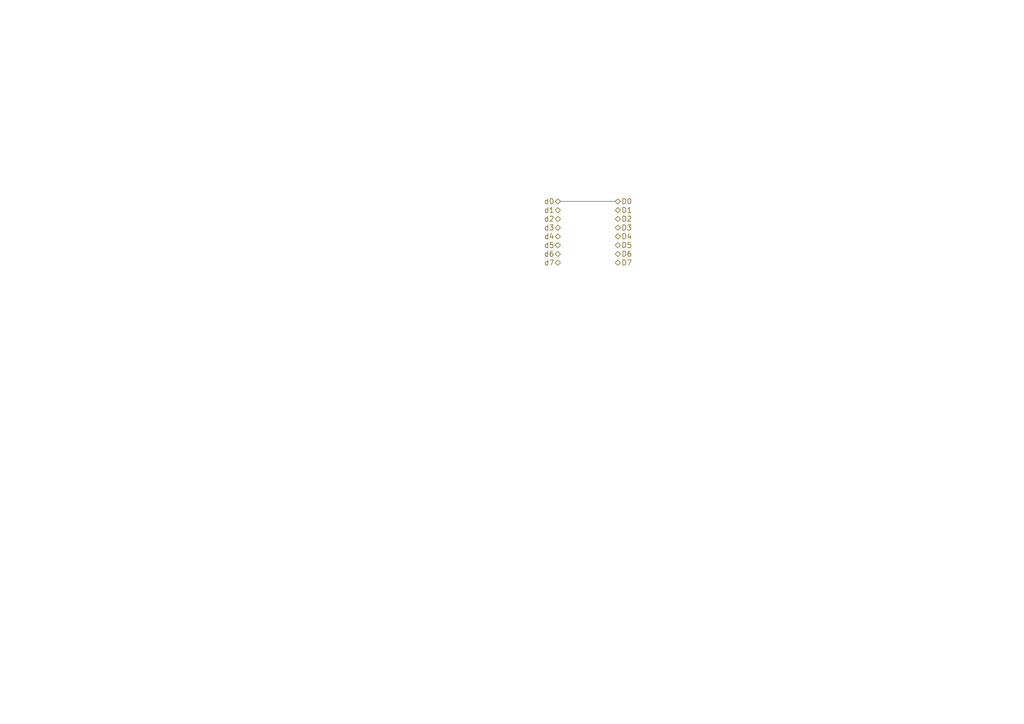
<source format=kicad_sch>
(kicad_sch (version 20211123) (generator eeschema)
  (paper "A4")
  (lib_symbols)
  (wire (pts (xy 162.56 58.42) (xy 178.435 58.42)))
  (hierarchical_label "D3" (shape tri_state) (at 178.435 66.04 0) (effects (font (size 1.524 1.524))))
  (hierarchical_label "d3" (shape tri_state) (at 162.56 66.04 180) (effects (font (size 1.524 1.524))))
  (hierarchical_label "D1" (shape tri_state) (at 178.435 60.96 0) (effects (font (size 1.524 1.524))))
  (hierarchical_label "d5" (shape tri_state) (at 162.56 71.12 180) (effects (font (size 1.524 1.524))))
  (hierarchical_label "d1" (shape tri_state) (at 162.56 60.96 180) (effects (font (size 1.524 1.524))))
  (hierarchical_label "d2" (shape tri_state) (at 162.56 63.5 180) (effects (font (size 1.524 1.524))))
  (hierarchical_label "D7" (shape tri_state) (at 178.435 76.2 0) (effects (font (size 1.524 1.524))))
  (hierarchical_label "D2" (shape tri_state) (at 178.435 63.5 0) (effects (font (size 1.524 1.524))))
  (hierarchical_label "D6" (shape tri_state) (at 178.435 73.66 0) (effects (font (size 1.524 1.524))))
  (hierarchical_label "d6" (shape tri_state) (at 162.56 73.66 180) (effects (font (size 1.524 1.524))))
  (hierarchical_label "d0" (shape tri_state) (at 162.56 58.42 180) (effects (font (size 1.524 1.524))))
  (hierarchical_label "D4" (shape tri_state) (at 178.435 68.58 0) (effects (font (size 1.524 1.524))))
  (hierarchical_label "d7" (shape tri_state) (at 162.56 76.2 180) (effects (font (size 1.524 1.524))))
  (hierarchical_label "d4" (shape tri_state) (at 162.56 68.58 180) (effects (font (size 1.524 1.524))))
  (hierarchical_label "D0" (shape tri_state) (at 178.435 58.42 0) (effects (font (size 1.524 1.524))))
  (hierarchical_label "D5" (shape tri_state) (at 178.435 71.12 0) (effects (font (size 1.524 1.524))))
)
</source>
